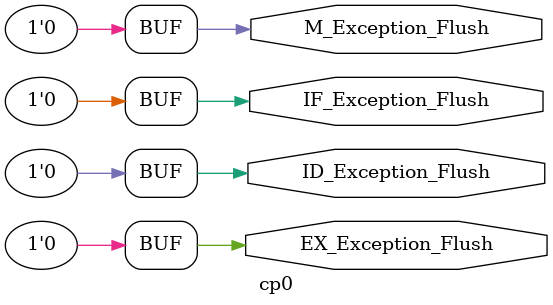
<source format=sv>
module cp0(


  output IF_Exception_Flush,
  output ID_Exception_Flush,
  output EX_Exception_Flush,
  output M_Exception_Flush
);





  /*** TODO:
   Flushes. A flush clears a pipeline stage's control signals and prevents the stage from committing any changes.
   Data such as 'RestartPC' and the detected exception must remain.
  */
  assign   M_Exception_Flush = 1'b0; // M_Exception_Detect;
  assign  EX_Exception_Flush = 1'b0; // M_Exception_Detect | EX_Exception_Detect;
  assign  ID_Exception_Flush = 1'b0; // M_Exception_Detect | EX_Exception_Detect | ID_Exception_Detect;
  assign  IF_Exception_Flush = 1'b0; // M_Exception_Detect | EX_Exception_Detect | ID_Exception_Detect | IF_Exception_Detect | (ERET & ~ID_Stall) | reset_r;

endmodule

</source>
